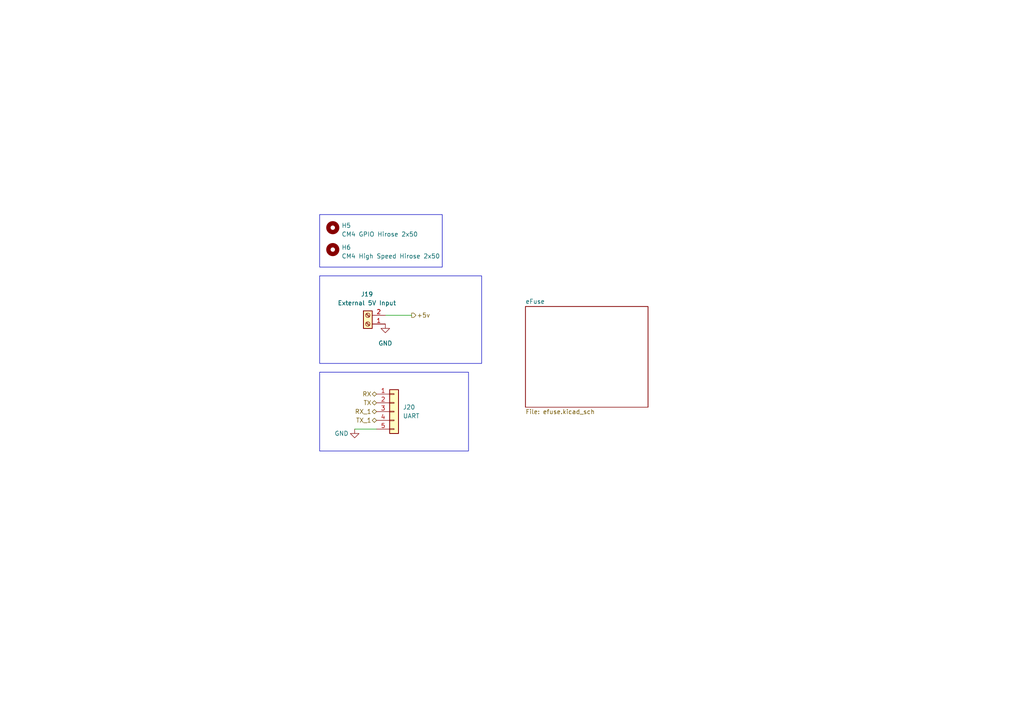
<source format=kicad_sch>
(kicad_sch (version 20230819) (generator eeschema)
  (paper "A4")
  (title_block (title "Carrier Board") (date "2023-11-21") (rev "V3") (company "MUREX Robotics [Byran Huang]") (comment 1 "//DO IT RIGHT,  DO IT MUREX") (comment 2 "// ATTEMPT THE IMPOSSIBLE") (comment 3 "CM4-based ROV (robotics) control board.") (comment 4 "The MUREX Carrier Board is the world's first open-source "))
  (lib_symbols
    (symbol "Connector:Screw_Terminal_01x02" (pin_names (offset 1.016) hide)
      (property "Reference" "J" (at 0 2.54 0))
      (property "Value" "Screw_Terminal_01x02" (at 0 -5.08 0))
      (symbol "Screw_Terminal_01x02_1_1"
        (rectangle (start -1.27 1.27) (end 1.27 -3.81) (stroke (width 0.254)) (fill (type background)))
        (circle (center 0 -2.54) (radius 0.635) (stroke (width 0.1524)))
        (polyline (pts (xy -0.5334 -2.2098) (xy 0.3302 -3.048)) (stroke (width 0.1524)))
        (polyline (pts (xy -0.5334 0.3302) (xy 0.3302 -0.508)) (stroke (width 0.1524)))
        (polyline (pts (xy -0.3556 -2.032) (xy 0.508 -2.8702)) (stroke (width 0.1524)))
        (polyline (pts (xy -0.3556 0.508) (xy 0.508 -0.3302)) (stroke (width 0.1524)))
        (circle (center 0 0) (radius 0.635) (stroke (width 0.1524)))
        (pin passive line (at -5.08 0 0) (length 3.81) (name "Pin_1") (number "1"))
        (pin passive line (at -5.08 -2.54 0) (length 3.81) (name "Pin_2") (number "2"))
      )
    )
    (symbol "Connector_Generic:Conn_01x05" (pin_names (offset 1.016) hide)
      (property "Reference" "J" (at 0 7.62 0))
      (property "Value" "Conn_01x05" (at 0 -7.62 0))
      (symbol "Conn_01x05_1_1"
        (rectangle (start -1.27 -4.953) (end 0 -5.207) (stroke (width 0.1524)))
        (rectangle (start -1.27 -2.413) (end 0 -2.667) (stroke (width 0.1524)))
        (rectangle (start -1.27 0.127) (end 0 -0.127) (stroke (width 0.1524)))
        (rectangle (start -1.27 2.667) (end 0 2.413) (stroke (width 0.1524)))
        (rectangle (start -1.27 5.207) (end 0 4.953) (stroke (width 0.1524)))
        (rectangle (start -1.27 6.35) (end 1.27 -6.35) (stroke (width 0.254)) (fill (type background)))
        (pin passive line (at -5.08 5.08 0) (length 3.81) (name "Pin_1") (number "1"))
        (pin passive line (at -5.08 2.54 0) (length 3.81) (name "Pin_2") (number "2"))
        (pin passive line (at -5.08 0 0) (length 3.81) (name "Pin_3") (number "3"))
        (pin passive line (at -5.08 -2.54 0) (length 3.81) (name "Pin_4") (number "4"))
        (pin passive line (at -5.08 -5.08 0) (length 3.81) (name "Pin_5") (number "5"))
      )
    )
    (symbol "Mechanical:MountingHole" (pin_names (offset 1.016))
      (property "Reference" "H" (at 0 5.08 0))
      (property "Value" "MountingHole" (at 0 3.175 0))
      (symbol "MountingHole_0_1"
        (circle (center 0 0) (radius 1.27) (stroke (width 1.27)))
      )
    )
    (symbol "power:GND" (power) (pin_names (offset 0))
      (property "Value" "GND" (at 0 -3.81 0))
      (symbol "GND_0_1"
        (polyline (pts (xy 0 0) (xy 0 -1.27) (xy 1.27 -1.27) (xy 0 -2.54) (xy -1.27 -1.27) (xy 0 -1.27)))
      )
      (symbol "GND_1_1"
        (pin power_in line (at 0 0 270) (length 0) hide (name "GND") (number "1"))
      )
    )
  )
  (wire (pts (xy 111.76 91.44) (xy 119.38 91.44)))
  (wire (pts (xy 102.87 124.46) (xy 109.22 124.46)))
  (rectangle (start 92.71 107.95) (end 135.89 130.81))
  (rectangle (start 92.71 62.23) (end 128.27 77.47))
  (rectangle (start 92.71 80.01) (end 139.7 105.41))
  (hierarchical_label "TX" (shape bidirectional) (at 109.22 116.84 180))
  (hierarchical_label "TX_1" (shape bidirectional) (at 109.22 121.92 180))
  (hierarchical_label "RX_1" (shape bidirectional) (at 109.22 119.38 180))
  (hierarchical_label "RX" (shape bidirectional) (at 109.22 114.3 180))
  (hierarchical_label "+5v" (shape output) (at 119.38 91.44 0))
  (symbol (lib_id "Connector_Generic:Conn_01x05") (at 114.3 119.38 0) (unit 1)
    (property "Reference" "J20" (at 116.84 118.1099 0) (effects (justify left)))
    (property "Value" "UART" (at 116.84 120.6499 0) (effects (justify left)))
    (property "Footprint" "Connector_Molex:Molex_PicoBlade_53047-0510_1x05_P1.25mm_Vertical" (effects hide))
  )
  (symbol (lib_id "Connector:Screw_Terminal_01x02") (at 106.68 93.98 180) (unit 1)
    (property "Reference" "J19" (at 106.426 85.344 0))
    (property "Value" "External 5V Input" (at 106.426 87.884 0))
    (property "Footprint" "TerminalBlock:TerminalBlock_Altech_AK300-2_P5.00mm" (effects hide))
  )
  (symbol (lib_id "Mechanical:MountingHole") (at 96.52 66.04 0) (unit 1)
    (property "Reference" "H5" (at 99.06 65.405 0) (effects (justify left)))
    (property "Value" "CM4 GPIO Hirose 2x50" (at 99.06 67.945 0) (effects (justify left)))
    (property "Footprint" "CM4IO:Raspberry-Pi-4-Compute-Module-No-Outline-No-Pads" (effects hide))
  )
  (symbol (lib_id "power:GND") (at 102.87 124.46 0) (unit 1)
    (property "Reference" "#PWR086" (effects hide))
    (property "Value" "GND" (at 99.06 125.73 0))
  )
  (symbol (lib_id "power:GND") (at 111.76 93.98 0) (unit 1)
    (property "Reference" "#PWR087" (effects hide))
    (property "Value" "GND" (at 111.76 99.568 0))
  )
  (symbol (lib_id "Mechanical:MountingHole") (at 96.52 72.39 0) (unit 1)
    (property "Reference" "H6" (at 99.06 71.755 0) (effects (justify left)))
    (property "Value" "CM4 High Speed Hirose 2x50" (at 99.06 74.295 0) (effects (justify left)))
    (property "Footprint" "CM4IO:Raspberry-Pi-4-Compute-Module-No-Outline-No-Pads" (effects hide))
  )
  (sheet (at 152.4 88.9) (size 35.56 29.21) (stroke (width 0.1524))
    (property "Sheetname" "eFuse" (at 152.4 88.1884 0) (effects (justify left bottom)))
    (property "Sheetfile" "efuse.kicad_sch" (at 152.4 118.6946 0) (effects (justify left top)))
  )
)
</source>
